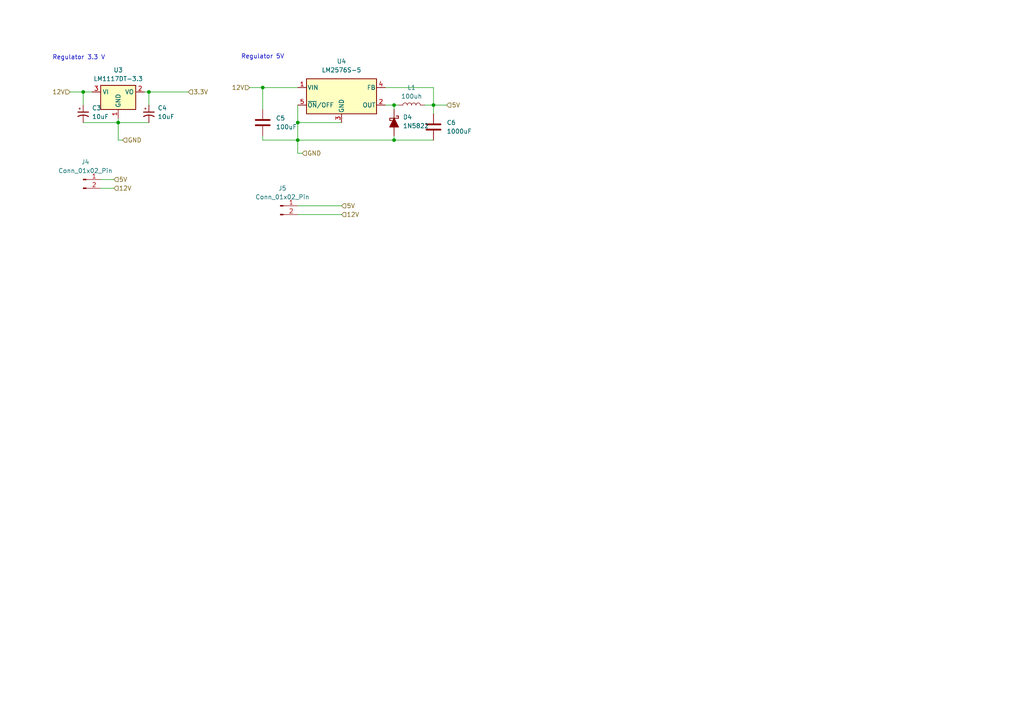
<source format=kicad_sch>
(kicad_sch (version 20231120) (generator "eeschema") (generator_version "8.0")
  (paper "A4")
  (lib_symbols
    (symbol "Connector:Conn_01x02_Pin" (pin_names (offset 1.016) hide)
      (property "Reference" "J" (at 0 2.54 0))
      (property "Value" "Conn_01x02_Pin" (at 0 -5.08 0))
      (symbol "Conn_01x02_Pin_1_1"
        (polyline (pts (xy 1.27 -2.54) (xy 0.8636 -2.54)) (stroke (width 0.1524)))
        (polyline (pts (xy 1.27 0) (xy 0.8636 0)) (stroke (width 0.1524)))
        (rectangle (start 0.8636 -2.413) (end 0 -2.667) (stroke (width 0.1524)) (fill (type outline)))
        (rectangle (start 0.8636 0.127) (end 0 -0.127) (stroke (width 0.1524)) (fill (type outline)))
        (pin passive line (at 5.08 0 180) (length 3.81) (name "Pin_1") (number "1"))
        (pin passive line (at 5.08 -2.54 180) (length 3.81) (name "Pin_2") (number "2"))
      )
    )
    (symbol "Device:C" (pin_numbers hide) (pin_names (offset 0.254))
      (property "Reference" "C" (at 0.635 2.54 0))
      (property "Value" "C" (at 0.635 -2.54 0))
      (symbol "C_0_1"
        (polyline (pts (xy -2.032 -0.762) (xy 2.032 -0.762)) (stroke (width 0.508)))
        (polyline (pts (xy -2.032 0.762) (xy 2.032 0.762)) (stroke (width 0.508)))
      )
      (symbol "C_1_1"
        (pin passive line (at 0 3.81 270) (length 2.794) (name "~") (number "1"))
        (pin passive line (at 0 -3.81 90) (length 2.794) (name "~") (number "2"))
      )
    )
    (symbol "Device:C_Polarized_Small_US" (pin_numbers hide) (pin_names (offset 0.254) hide)
      (property "Reference" "C" (at 0.254 1.778 0))
      (property "Value" "C_Polarized_Small_US" (at 0.254 -2.032 0))
      (symbol "C_Polarized_Small_US_0_1"
        (polyline (pts (xy -1.524 0.508) (xy 1.524 0.508)) (stroke (width 0.3048)))
        (polyline (pts (xy -1.27 1.524) (xy -0.762 1.524)))
        (polyline (pts (xy -1.016 1.27) (xy -1.016 1.778)))
        (arc (start 1.524 -0.762) (mid 0 -0.3734) (end -1.524 -0.762) (stroke (width 0.3048)))
      )
      (symbol "C_Polarized_Small_US_1_1"
        (pin passive line (at 0 2.54 270) (length 2.032) (name "~") (number "1"))
        (pin passive line (at 0 -2.54 90) (length 2.032) (name "~") (number "2"))
      )
    )
    (symbol "Device:D_Schottky_Filled" (pin_numbers hide) (pin_names (offset 1.016) hide)
      (property "Reference" "D" (at 0 2.54 0))
      (property "Value" "D_Schottky_Filled" (at 0 -2.54 0))
      (symbol "D_Schottky_Filled_0_1"
        (polyline (pts (xy 1.27 0) (xy -1.27 0)))
        (polyline (pts (xy 1.27 1.27) (xy 1.27 -1.27) (xy -1.27 0) (xy 1.27 1.27)) (stroke (width 0.254)) (fill (type outline)))
        (polyline (pts (xy -1.905 0.635) (xy -1.905 1.27) (xy -1.27 1.27) (xy -1.27 -1.27) (xy -0.635 -1.27) (xy -0.635 -0.635)) (stroke (width 0.254)))
      )
      (symbol "D_Schottky_Filled_1_1"
        (pin passive line (at -3.81 0 0) (length 2.54) (name "K") (number "1"))
        (pin passive line (at 3.81 0 180) (length 2.54) (name "A") (number "2"))
      )
    )
    (symbol "Device:L" (pin_numbers hide) (pin_names (offset 1.016) hide)
      (property "Reference" "L" (at -1.27 0 90))
      (property "Value" "L" (at 1.905 0 90))
      (symbol "L_0_1"
        (arc (start 0 -2.54) (mid 0.6323 -1.905) (end 0 -1.27))
        (arc (start 0 -1.27) (mid 0.6323 -0.635) (end 0 0))
        (arc (start 0 0) (mid 0.6323 0.635) (end 0 1.27))
        (arc (start 0 1.27) (mid 0.6323 1.905) (end 0 2.54))
      )
      (symbol "L_1_1"
        (pin passive line (at 0 3.81 270) (length 1.27) (name "1") (number "1"))
        (pin passive line (at 0 -3.81 90) (length 1.27) (name "2") (number "2"))
      )
    )
    (symbol "Regulator_Linear:LM1117DT-3.3"
      (property "Reference" "U" (at -3.81 3.175 0))
      (property "Value" "LM1117DT-3.3" (at 0 3.175 0))
      (symbol "LM1117DT-3.3_0_1"
        (rectangle (start -5.08 -5.08) (end 5.08 1.905) (stroke (width 0.254)) (fill (type background)))
      )
      (symbol "LM1117DT-3.3_1_1"
        (pin power_in line (at 0 -7.62 90) (length 2.54) (name "GND") (number "1"))
        (pin power_out line (at 7.62 0 180) (length 2.54) (name "VO") (number "2"))
        (pin power_in line (at -7.62 0 0) (length 2.54) (name "VI") (number "3"))
      )
    )
    (symbol "Regulator_Switching:LM2576S-5" (pin_names (offset 0.254))
      (property "Reference" "U" (at -10.16 6.35 0))
      (property "Value" "LM2576S-5" (at 0 6.35 0))
      (symbol "LM2576S-5_0_1"
        (rectangle (start -10.16 5.08) (end 10.16 -5.08) (stroke (width 0.254)) (fill (type background)))
      )
      (symbol "LM2576S-5_1_1"
        (pin power_in line (at -12.7 2.54 0) (length 2.54) (name "VIN") (number "1"))
        (pin output line (at 12.7 -2.54 180) (length 2.54) (name "OUT") (number "2"))
        (pin power_in line (at 0 -7.62 90) (length 2.54) (name "GND") (number "3"))
        (pin input line (at 12.7 2.54 180) (length 2.54) (name "FB") (number "4"))
        (pin input line (at -12.7 -2.54 0) (length 2.54) (name "~{ON}/OFF") (number "5"))
      )
    )
  )
  (junction (at 114.3 30.48))
  (junction (at 86.36 35.56))
  (junction (at 114.3 40.64))
  (junction (at 125.73 30.48))
  (junction (at 34.29 35.56))
  (junction (at 86.36 40.64))
  (junction (at 76.2 25.4))
  (junction (at 24.13 26.67))
  (junction (at 43.18 26.67))
  (wire (pts (xy 86.36 30.48) (xy 86.36 35.56)))
  (wire (pts (xy 114.3 30.48) (xy 115.57 30.48)))
  (wire (pts (xy 114.3 30.48) (xy 114.3 31.75)))
  (wire (pts (xy 76.2 25.4) (xy 86.36 25.4)))
  (wire (pts (xy 111.76 30.48) (xy 114.3 30.48)))
  (wire (pts (xy 125.73 30.48) (xy 129.54 30.48)))
  (wire (pts (xy 86.36 40.64) (xy 86.36 44.45)))
  (wire (pts (xy 34.29 34.29) (xy 34.29 35.56)))
  (wire (pts (xy 20.32 26.67) (xy 24.13 26.67)))
  (wire (pts (xy 86.36 35.56) (xy 99.06 35.56)))
  (wire (pts (xy 125.73 30.48) (xy 125.73 33.02)))
  (wire (pts (xy 114.3 39.37) (xy 114.3 40.64)))
  (wire (pts (xy 86.36 59.69) (xy 99.06 59.69)))
  (wire (pts (xy 86.36 35.56) (xy 86.36 40.64)))
  (wire (pts (xy 76.2 40.64) (xy 86.36 40.64)))
  (wire (pts (xy 29.21 54.61) (xy 33.02 54.61)))
  (wire (pts (xy 34.29 35.56) (xy 43.18 35.56)))
  (wire (pts (xy 41.91 26.67) (xy 43.18 26.67)))
  (wire (pts (xy 125.73 25.4) (xy 125.73 30.48)))
  (wire (pts (xy 43.18 26.67) (xy 54.61 26.67)))
  (wire (pts (xy 29.21 52.07) (xy 33.02 52.07)))
  (wire (pts (xy 86.36 40.64) (xy 114.3 40.64)))
  (wire (pts (xy 24.13 26.67) (xy 24.13 30.48)))
  (wire (pts (xy 43.18 26.67) (xy 43.18 30.48)))
  (wire (pts (xy 34.29 35.56) (xy 34.29 40.64)))
  (wire (pts (xy 114.3 40.64) (xy 125.73 40.64)))
  (wire (pts (xy 76.2 39.37) (xy 76.2 40.64)))
  (wire (pts (xy 76.2 25.4) (xy 76.2 31.75)))
  (wire (pts (xy 123.19 30.48) (xy 125.73 30.48)))
  (wire (pts (xy 24.13 35.56) (xy 34.29 35.56)))
  (wire (pts (xy 87.63 44.45) (xy 86.36 44.45)))
  (wire (pts (xy 111.76 25.4) (xy 125.73 25.4)))
  (wire (pts (xy 35.56 40.64) (xy 34.29 40.64)))
  (wire (pts (xy 72.39 25.4) (xy 76.2 25.4)))
  (wire (pts (xy 24.13 26.67) (xy 26.67 26.67)))
  (wire (pts (xy 86.36 62.23) (xy 99.06 62.23)))
  (text "Regulator 3.3 V" (at 22.86 16.764 0) (effects (font (size 1.27 1.27))))
  (text "Regulator 5V" (at 76.2 16.51 0) (effects (font (size 1.27 1.27))))
  (hierarchical_label "12V" (shape input) (at 33.02 54.61 0))
  (hierarchical_label "12V" (shape input) (at 99.06 62.23 0))
  (hierarchical_label "5V" (shape input) (at 129.54 30.48 0))
  (hierarchical_label "3.3V" (shape input) (at 54.61 26.67 0))
  (hierarchical_label "5V" (shape input) (at 99.06 59.69 0))
  (hierarchical_label "GND" (shape input) (at 87.63 44.45 0))
  (hierarchical_label "5V" (shape input) (at 33.02 52.07 0))
  (hierarchical_label "12V" (shape input) (at 20.32 26.67 180))
  (hierarchical_label "12V" (shape input) (at 72.39 25.4 180))
  (hierarchical_label "GND" (shape input) (at 35.56 40.64 0))
  (symbol (lib_id "Regulator_Switching:LM2576S-5") (at 99.06 27.94 0) (unit 1)
    (property "Reference" "U4" (at 99.06 17.78 0))
    (property "Value" "LM2576S-5" (at 99.06 20.32 0))
    (property "Footprint" "Package_TO_SOT_SMD:TO-263-5_TabPin3" (effects (hide yes)))
    (property "Datasheet" "http://www.ti.com/lit/ds/symlink/lm2576.pdf" (effects (hide yes)))
    (property "Description" "5V, 3A SIMPLE SWITCHER® Step-Down Voltage Regulator, TO-263" (effects (hide yes)))
  )
  (symbol (lib_id "Device:D_Schottky_Filled") (at 114.3 35.56 270) (unit 1)
    (property "Reference" "D4" (at 116.84 33.9724 90) (effects (justify left)))
    (property "Value" "1N5822" (at 116.84 36.5124 90) (effects (justify left)))
    (property "Footprint" "Diode_SMD:D_0201_0603Metric" (effects (hide yes)))
    (property "Description" "Schottky diode, filled shape" (effects (hide yes)))
  )
  (symbol (lib_id "Device:C") (at 76.2 35.56 0) (unit 1)
    (property "Reference" "C5" (at 80.01 34.2899 0) (effects (justify left)))
    (property "Value" "100uF" (at 80.01 36.8299 0) (effects (justify left)))
    (property "Footprint" "Capacitor_SMD:C_Elec_3x5.4" (effects (hide yes)))
    (property "Description" "Unpolarized capacitor" (effects (hide yes)))
  )
  (symbol (lib_id "Connector:Conn_01x02_Pin") (at 24.13 52.07 0) (unit 1)
    (property "Reference" "J4" (at 24.765 46.99 0))
    (property "Value" "Conn_01x02_Pin" (at 24.765 49.53 0))
    (property "Footprint" "Connector:JWT_A3963_1x02_P3.96mm_Vertical" (effects (hide yes)))
    (property "Description" "Generic connector, single row, 01x02, script generated" (effects (hide yes)))
  )
  (symbol (lib_id "Device:C") (at 125.73 36.83 0) (unit 1)
    (property "Reference" "C6" (at 129.54 35.5599 0) (effects (justify left)))
    (property "Value" "1000uF" (at 129.54 38.0999 0) (effects (justify left)))
    (property "Footprint" "Capacitor_SMD:CP_Elec_3x5.3" (effects (hide yes)))
    (property "Description" "Unpolarized capacitor" (effects (hide yes)))
  )
  (symbol (lib_id "Device:L") (at 119.38 30.48 90) (unit 1)
    (property "Reference" "L1" (at 119.38 25.4 90))
    (property "Value" "100uh" (at 119.38 27.94 90))
    (property "Footprint" "Inductor_SMD:L_6.3x6.3_H3" (effects (hide yes)))
    (property "Description" "Inductor" (effects (hide yes)))
  )
  (symbol (lib_id "Device:C_Polarized_Small_US") (at 43.18 33.02 0) (unit 1)
    (property "Reference" "C4" (at 45.72 31.3181 0) (effects (justify left)))
    (property "Value" "10uF" (at 45.72 33.8581 0) (effects (justify left)))
    (property "Footprint" "Capacitor_SMD:CP_Elec_3x5.3" (effects (hide yes)))
    (property "Description" "Polarized capacitor, small US symbol" (effects (hide yes)))
  )
  (symbol (lib_id "Device:C_Polarized_Small_US") (at 24.13 33.02 0) (unit 1)
    (property "Reference" "C3" (at 26.67 31.3181 0) (effects (justify left)))
    (property "Value" "10uF" (at 26.67 33.8581 0) (effects (justify left)))
    (property "Footprint" "Capacitor_SMD:CP_Elec_3x5.3" (effects (hide yes)))
    (property "Description" "Polarized capacitor, small US symbol" (effects (hide yes)))
  )
  (symbol (lib_id "Connector:Conn_01x02_Pin") (at 81.28 59.69 0) (unit 1)
    (property "Reference" "J5" (at 81.915 54.61 0))
    (property "Value" "Conn_01x02_Pin" (at 81.915 57.15 0))
    (property "Footprint" "Connector:JWT_A3963_1x02_P3.96mm_Vertical" (effects (hide yes)))
    (property "Description" "Generic connector, single row, 01x02, script generated" (effects (hide yes)))
  )
  (symbol (lib_id "Regulator_Linear:LM1117DT-3.3") (at 34.29 26.67 0) (unit 1)
    (property "Reference" "U3" (at 34.29 20.32 0))
    (property "Value" "LM1117DT-3.3" (at 34.29 22.86 0))
    (property "Footprint" "Package_TO_SOT_SMD:TO-252-2" (effects (hide yes)))
    (property "Datasheet" "http://www.ti.com/lit/ds/symlink/lm1117.pdf" (effects (hide yes)))
    (property "Description" "800mA Low-Dropout Linear Regulator, 3.3V fixed output, TO-252" (effects (hide yes)))
  )
)
</source>
